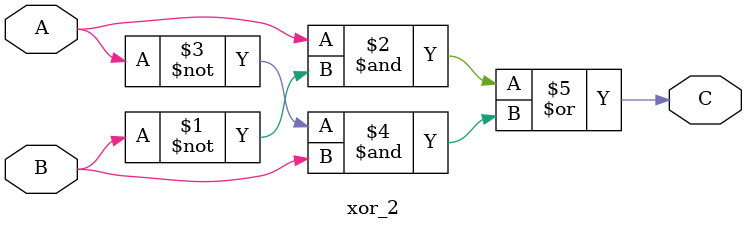
<source format=v>
module xor_2(A, B, C);

	input A, B;
	output C;
	
	assign C = A&(~B) | (~A)&B;
	
endmodule
</source>
